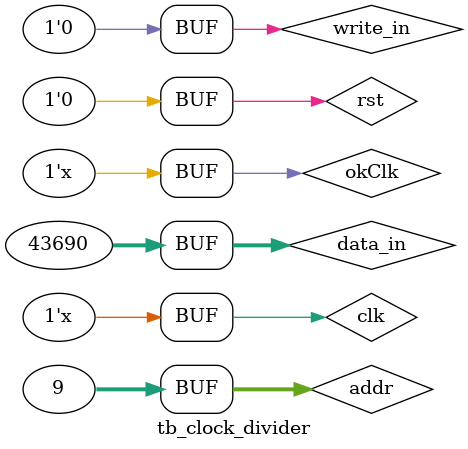
<source format=v>
`timescale 1ns / 1ps


module tb_clock_divider;

	// Inputs to DUT
	reg clk;
	reg okClk;
	reg rst;
	reg [31:0] addr;
	reg [31:0] data_in;
	reg write_in;

	// Outputs from DUT
	wire clk_out, pulse, convst, read_en_data, read_en_creg;
	// Outputs from DUT2 
	wire [31:0] data_out;

clock_divider #(.ADDR(32'ha)) dut(
    .clk(clk),
    .okClk(okClk), // needed to synchronize to the register bridge data. Should reset divider after loading data.  
    .rst(rst),
    .clk_out(clk_out), //50% duty-cycle 
    .pulse(pulse), // single clk period pulse 
    .convst(convst),
    .read_en_data(read_en_data),
    .read_en_creg(read_en_creg),    
    .addr(addr),     // input data to program frequency 
    .data_in(data_in), // must be multiple of 2 
    .write_in(write_in)
    );
	
spi_data_gen #(.ADDR(32'd8)) dut2 (
        .clk(clk),
        .okClk(okClk), // needed to synchronize to the register bridge data. Should reset divider after loading data.  
        .read_en_data(read_en_data),
        .read_en_creg(read_en_creg),
        // input data to program frequency 
        .addr(addr),
        .data_in(data_in), 
        .write_in(write_in),
        .data_out(data_out)
        );
	
	// Generate clock
	always #2.5 clk = ~clk;//now 200 MHz sys clock
	always #5.05 okClk = ~okClk;//now 200 MHz sys clock
    
	initial begin
		// Initialize Inputs
		clk = 1'b0;
		okClk = 1'b0;
		rst = 1'b0;
		addr = 32'h0;
		data_in = 32'd0;
		write_in = 1'b0;
		#15;
        rst = 1'b1;
		// Wait 5 ns (one clock) for global reset to finish
		#5;
		rst = 1'b0;
        
      // Program divider 
      #5;
      addr = 32'ha; 
      data_in = 32'd200;
      write_in = 1'b1;
      #25;
      // program SPI creg data 
      addr = 32'h8; 
      data_in = 32'h5555;
      write_in = 1'b1;
      #25;
      // program SPI tx data 
      addr = 32'h9; 
      data_in = 32'haaaa;
      write_in = 1'b1;
      #25;
      
      
      #5;

      write_in = 1'b0;
	  #100000;

	end    
endmodule

</source>
